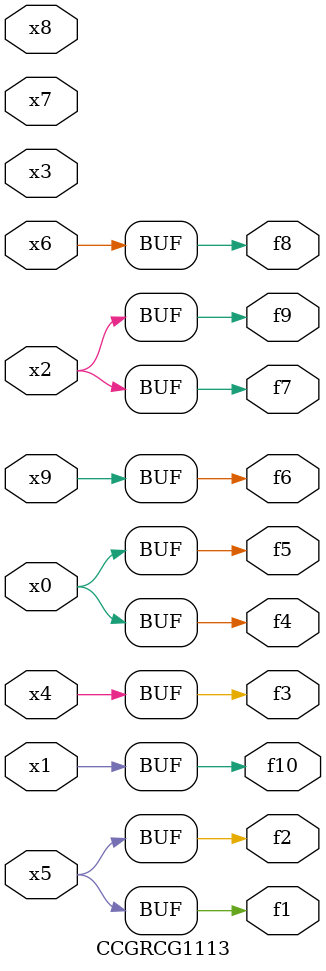
<source format=v>
module CCGRCG1113(
	input x0, x1, x2, x3, x4, x5, x6, x7, x8, x9,
	output f1, f2, f3, f4, f5, f6, f7, f8, f9, f10
);
	assign f1 = x5;
	assign f2 = x5;
	assign f3 = x4;
	assign f4 = x0;
	assign f5 = x0;
	assign f6 = x9;
	assign f7 = x2;
	assign f8 = x6;
	assign f9 = x2;
	assign f10 = x1;
endmodule

</source>
